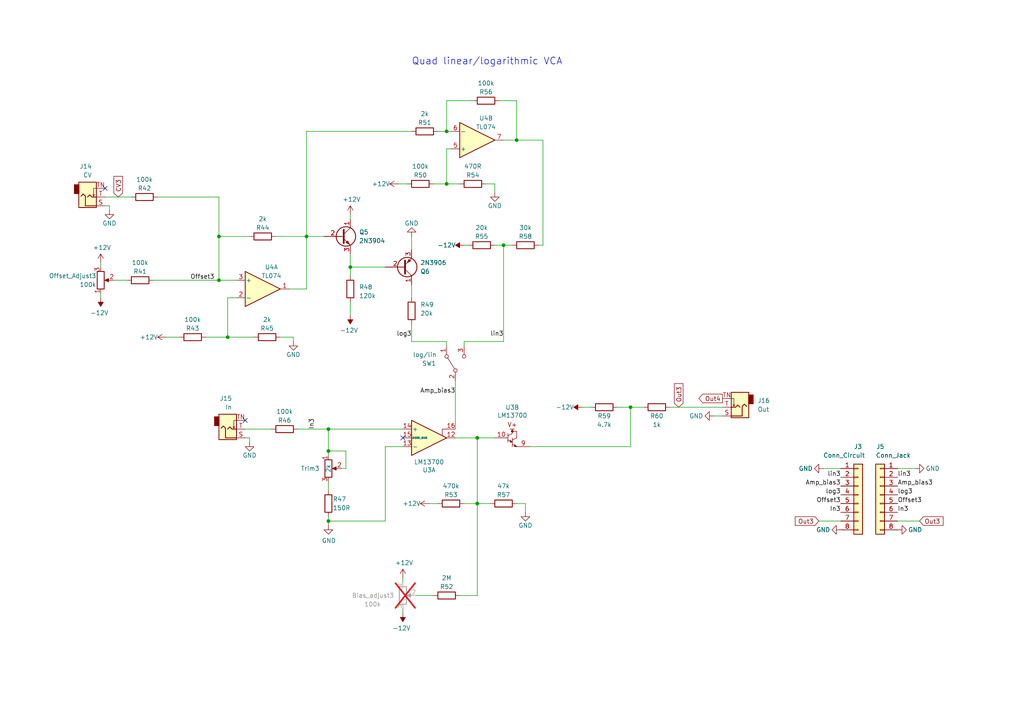
<source format=kicad_sch>
(kicad_sch (version 20231120) (generator "eeschema") (generator_version "8.0")
  (paper "A4")
  (title_block (title "Quad VCA") (date "2025-01-13") (rev "1.0") (company "Bleep Sound"))
  (lib_symbols
    (symbol "Amplifier_Operational:LM13700" (pin_names (offset 0.127))
      (property "Reference" "U" (at 3.81 5.08 0))
      (property "Value" "LM13700" (at 5.08 -5.08 0))
      (symbol "LM13700_1_1"
        (polyline (pts (xy 3.81 -0.635) (xy 3.81 -2.54) (xy 5.08 -2.54)))
        (polyline (pts (xy 5.08 0) (xy -5.08 -5.08) (xy -5.08 5.08) (xy 5.08 0)) (stroke (width 0.254)) (fill (type background)))
        (pin output line (at 7.62 0 180) (length 2.54) (name "~") (number "12"))
        (pin input line (at -7.62 2.54 0) (length 2.54) (name "-") (number "13"))
        (pin input line (at -7.62 -2.54 0) (length 2.54) (name "+") (number "14"))
        (pin input line (at -7.62 0 0) (length 2.54) (name "DIODE_BIAS") (number "15"))
        (pin input line (at 7.62 -2.54 180) (length 2.54) (name "~") (number "16"))
      )
      (symbol "LM13700_2_0"
        (polyline (pts (xy -1.905 2.54) (xy -3.175 2.54)))
      )
      (symbol "LM13700_2_1"
        (circle (center -2.54 1.905) (radius 0.254) (stroke (width 0.254)) (fill (type outline)))
        (polyline (pts (xy -3.81 -0.635) (xy -2.54 -1.27)))
        (polyline (pts (xy -3.81 1.27) (xy -3.81 -1.27)))
        (polyline (pts (xy -2.54 -1.905) (xy -1.27 -2.54)))
        (polyline (pts (xy -2.54 0) (xy -2.54 -2.54)))
        (polyline (pts (xy -3.81 0.635) (xy -2.54 1.27) (xy -2.54 1.905) (xy -2.54 2.54)))
        (polyline (pts (xy -2.54 -1.27) (xy -3.175 -0.635) (xy -3.175 -1.27) (xy -2.54 -1.27)) (fill (type outline)))
        (polyline (pts (xy -2.54 -0.635) (xy -1.27 0) (xy -1.27 1.905) (xy -2.54 1.905)))
        (polyline (pts (xy -1.27 -2.54) (xy -1.905 -1.905) (xy -1.905 -2.54) (xy -1.27 -2.54)) (fill (type outline)))
        (text "V+" (at -2.54 3.81 0) (effects (font (size 1.27 1.27))))
        (pin input line (at -7.62 0 0) (length 3.81) (name "~") (number "10"))
        (pin output line (at 2.54 -2.54 180) (length 3.81) (name "~") (number "9"))
      )
      (symbol "LM13700_3_1"
        (polyline (pts (xy 3.81 -0.635) (xy 3.81 -2.54) (xy 5.08 -2.54)))
        (polyline (pts (xy 5.08 0) (xy -5.08 -5.08) (xy -5.08 5.08) (xy 5.08 0)) (stroke (width 0.254)) (fill (type background)))
        (pin input line (at 7.62 -2.54 180) (length 2.54) (name "~") (number "1"))
        (pin input line (at -7.62 0 0) (length 2.54) (name "DIODE_BIAS") (number "2"))
        (pin input line (at -7.62 -2.54 0) (length 2.54) (name "+") (number "3"))
        (pin input line (at -7.62 2.54 0) (length 2.54) (name "-") (number "4"))
        (pin output line (at 7.62 0 180) (length 2.54) (name "~") (number "5"))
      )
      (symbol "LM13700_4_0"
        (polyline (pts (xy -3.175 2.54) (xy -1.905 2.54)))
        (text "V+" (at -2.54 3.81 0) (effects (font (size 1.27 1.27))))
      )
      (symbol "LM13700_4_1"
        (circle (center -2.54 1.905) (radius 0.254) (stroke (width 0.254)) (fill (type outline)))
        (polyline (pts (xy -3.81 -0.635) (xy -2.54 -1.27)))
        (polyline (pts (xy -3.81 1.27) (xy -3.81 -1.27)))
        (polyline (pts (xy -2.54 -1.905) (xy -1.27 -2.54)))
        (polyline (pts (xy -2.54 0) (xy -2.54 -2.54)))
        (polyline (pts (xy -3.81 0.635) (xy -2.54 1.27) (xy -2.54 2.54)))
        (polyline (pts (xy -2.54 -1.27) (xy -3.175 -0.635) (xy -3.175 -1.27) (xy -2.54 -1.27)) (fill (type outline)))
        (polyline (pts (xy -2.54 -0.635) (xy -1.27 0) (xy -1.27 1.905) (xy -2.54 1.905)))
        (polyline (pts (xy -1.27 -2.54) (xy -1.905 -1.905) (xy -1.905 -2.54) (xy -1.27 -2.54)) (fill (type outline)))
        (pin input line (at -7.62 0 0) (length 3.81) (name "~") (number "7"))
        (pin output line (at 2.54 -2.54 180) (length 3.81) (name "~") (number "8"))
      )
      (symbol "LM13700_5_1"
        (pin power_in line (at -2.54 7.62 270) (length 3.81) (name "V+") (number "11"))
        (pin power_in line (at -2.54 -7.62 90) (length 3.81) (name "V-") (number "6"))
      )
    )
    (symbol "Amplifier_Operational:TL074" (pin_names (offset 0.127))
      (property "Reference" "U" (at 0 5.08 0))
      (property "Value" "TL074" (at 0 -5.08 0))
      (symbol "TL074_1_1"
        (polyline (pts (xy -5.08 5.08) (xy 5.08 0) (xy -5.08 -5.08) (xy -5.08 5.08)) (stroke (width 0.254)) (fill (type background)))
        (pin output line (at 7.62 0 180) (length 2.54) (name "~") (number "1"))
        (pin input line (at -7.62 -2.54 0) (length 2.54) (name "-") (number "2"))
        (pin input line (at -7.62 2.54 0) (length 2.54) (name "+") (number "3"))
      )
      (symbol "TL074_2_1"
        (polyline (pts (xy -5.08 5.08) (xy 5.08 0) (xy -5.08 -5.08) (xy -5.08 5.08)) (stroke (width 0.254)) (fill (type background)))
        (pin input line (at -7.62 2.54 0) (length 2.54) (name "+") (number "5"))
        (pin input line (at -7.62 -2.54 0) (length 2.54) (name "-") (number "6"))
        (pin output line (at 7.62 0 180) (length 2.54) (name "~") (number "7"))
      )
      (symbol "TL074_3_1"
        (polyline (pts (xy -5.08 5.08) (xy 5.08 0) (xy -5.08 -5.08) (xy -5.08 5.08)) (stroke (width 0.254)) (fill (type background)))
        (pin input line (at -7.62 2.54 0) (length 2.54) (name "+") (number "10"))
        (pin output line (at 7.62 0 180) (length 2.54) (name "~") (number "8"))
        (pin input line (at -7.62 -2.54 0) (length 2.54) (name "-") (number "9"))
      )
      (symbol "TL074_4_1"
        (polyline (pts (xy -5.08 5.08) (xy 5.08 0) (xy -5.08 -5.08) (xy -5.08 5.08)) (stroke (width 0.254)) (fill (type background)))
        (pin input line (at -7.62 2.54 0) (length 2.54) (name "+") (number "12"))
        (pin input line (at -7.62 -2.54 0) (length 2.54) (name "-") (number "13"))
        (pin output line (at 7.62 0 180) (length 2.54) (name "~") (number "14"))
      )
      (symbol "TL074_5_1"
        (pin power_in line (at -2.54 -7.62 90) (length 3.81) (name "V-") (number "11"))
        (pin power_in line (at -2.54 7.62 270) (length 3.81) (name "V+") (number "4"))
      )
    )
    (symbol "Connector_Generic:Conn_01x08" (pin_names (offset 1.016) hide)
      (property "Reference" "J" (at 0 10.16 0))
      (property "Value" "Conn_01x08" (at 0 -12.7 0))
      (symbol "Conn_01x08_1_1"
        (rectangle (start -1.27 -10.033) (end 0 -10.287) (stroke (width 0.1524)))
        (rectangle (start -1.27 -7.493) (end 0 -7.747) (stroke (width 0.1524)))
        (rectangle (start -1.27 -4.953) (end 0 -5.207) (stroke (width 0.1524)))
        (rectangle (start -1.27 -2.413) (end 0 -2.667) (stroke (width 0.1524)))
        (rectangle (start -1.27 0.127) (end 0 -0.127) (stroke (width 0.1524)))
        (rectangle (start -1.27 2.667) (end 0 2.413) (stroke (width 0.1524)))
        (rectangle (start -1.27 5.207) (end 0 4.953) (stroke (width 0.1524)))
        (rectangle (start -1.27 7.747) (end 0 7.493) (stroke (width 0.1524)))
        (rectangle (start -1.27 8.89) (end 1.27 -11.43) (stroke (width 0.254)) (fill (type background)))
        (pin passive line (at -5.08 7.62 0) (length 3.81) (name "Pin_1") (number "1"))
        (pin passive line (at -5.08 5.08 0) (length 3.81) (name "Pin_2") (number "2"))
        (pin passive line (at -5.08 2.54 0) (length 3.81) (name "Pin_3") (number "3"))
        (pin passive line (at -5.08 0 0) (length 3.81) (name "Pin_4") (number "4"))
        (pin passive line (at -5.08 -2.54 0) (length 3.81) (name "Pin_5") (number "5"))
        (pin passive line (at -5.08 -5.08 0) (length 3.81) (name "Pin_6") (number "6"))
        (pin passive line (at -5.08 -7.62 0) (length 3.81) (name "Pin_7") (number "7"))
        (pin passive line (at -5.08 -10.16 0) (length 3.81) (name "Pin_8") (number "8"))
      )
    )
    (symbol "Device:R" (pin_numbers hide) (pin_names (offset 0))
      (property "Reference" "R" (at 2.032 0 90))
      (property "Value" "R" (at 0 0 90))
      (symbol "R_0_1"
        (rectangle (start -1.016 -2.54) (end 1.016 2.54) (stroke (width 0.254)))
      )
      (symbol "R_1_1"
        (pin passive line (at 0 3.81 270) (length 1.27) (name "~") (number "1"))
        (pin passive line (at 0 -3.81 90) (length 1.27) (name "~") (number "2"))
      )
    )
    (symbol "Device:R_POT" (pin_names (offset 1.016) hide)
      (property "Reference" "RV" (at -4.445 0 90))
      (property "Value" "Device_R_POT" (at -2.54 0 90))
      (symbol "R_POT_0_1"
        (polyline (pts (xy 2.54 0) (xy 1.524 0)))
        (polyline (pts (xy 1.143 0) (xy 2.286 0.508) (xy 2.286 -0.508) (xy 1.143 0)) (fill (type outline)))
        (rectangle (start 1.016 2.54) (end -1.016 -2.54) (stroke (width 0.254)))
      )
      (symbol "R_POT_1_1"
        (pin passive line (at 0 3.81 270) (length 1.27) (name "1") (number "1"))
        (pin passive line (at 3.81 0 180) (length 1.27) (name "2") (number "2"))
        (pin passive line (at 0 -3.81 90) (length 1.27) (name "3") (number "3"))
      )
    )
    (symbol "Kicad-perso:AudioJack_Switch"
      (property "Reference" "J2" (at 0.508 8.636 0))
      (property "Value" "Out1" (at 0.508 6.35 0))
      (symbol "AudioJack_Switch_0_1"
        (rectangle (start -3.81 2.286) (end -2.54 -0.254) (stroke (width 0.254)) (fill (type outline)))
        (rectangle (start -2.54 3.048) (end 2.54 -4.318) (stroke (width 0.254)) (fill (type background)))
      )
      (symbol "AudioJack_Switch_1_1"
        (polyline (pts (xy 1.778 -1.016) (xy 2.032 -0.508)))
        (polyline (pts (xy 0 -1.27) (xy 0.635 -0.635) (xy 1.27 -1.27) (xy 2.54 -1.27)) (stroke (width 0.254)))
        (polyline (pts (xy 2.54 1.27) (xy 1.778 1.27) (xy 1.778 -1.016) (xy 1.524 -0.508)))
        (polyline (pts (xy 2.54 -3.81) (xy -0.635 -3.81) (xy -0.635 -1.016) (xy -1.27 -0.381) (xy -1.905 -1.016)) (stroke (width 0.254)))
        (pin passive line (at 5.08 -3.81 180) (length 2.54) (name "~") (number "S"))
        (pin passive line (at 5.08 -1.27 180) (length 2.54) (name "~") (number "T"))
        (pin passive line (at 5.08 1.27 180) (length 2.54) (name "~") (number "TN"))
      )
    )
    (symbol "Switch:SW_SPDT" (pin_names (offset 0) hide)
      (property "Reference" "SW" (at 0 4.318 0))
      (property "Value" "SW_SPDT" (at 0 -5.08 0))
      (symbol "SW_SPDT_0_0"
        (circle (center -2.032 0) (radius 0.508))
        (circle (center 2.032 -2.54) (radius 0.508))
      )
      (symbol "SW_SPDT_0_1"
        (polyline (pts (xy -1.524 0.254) (xy 1.651 2.286)))
        (circle (center 2.032 2.54) (radius 0.508))
      )
      (symbol "SW_SPDT_1_1"
        (pin passive line (at 5.08 2.54 180) (length 2.54) (name "A") (number "1"))
        (pin passive line (at -5.08 0 0) (length 2.54) (name "B") (number "2"))
        (pin passive line (at 5.08 -2.54 180) (length 2.54) (name "C") (number "3"))
      )
    )
    (symbol "Transistor_BJT:BC548" (pin_names (offset 0) hide)
      (property "Reference" "Q" (at 5.08 1.905 0))
      (property "Value" "BC548" (at 5.08 0 0))
      (symbol "BC548_0_1"
        (polyline (pts (xy 0 0) (xy 0.635 0)))
        (polyline (pts (xy 0.635 0.635) (xy 2.54 2.54)))
        (polyline (pts (xy 0.635 -0.635) (xy 2.54 -2.54) (xy 2.54 -2.54)))
        (polyline (pts (xy 0.635 1.905) (xy 0.635 -1.905) (xy 0.635 -1.905)) (stroke (width 0.508)))
        (polyline (pts (xy 1.27 -1.778) (xy 1.778 -1.27) (xy 2.286 -2.286) (xy 1.27 -1.778) (xy 1.27 -1.778)) (fill (type outline)))
        (circle (center 1.27 0) (radius 2.8194) (stroke (width 0.254)))
      )
      (symbol "BC548_1_1"
        (pin passive line (at 2.54 5.08 270) (length 2.54) (name "C") (number "1"))
        (pin input line (at -5.08 0 0) (length 5.08) (name "B") (number "2"))
        (pin passive line (at 2.54 -5.08 90) (length 2.54) (name "E") (number "3"))
      )
    )
    (symbol "Transistor_BJT:BC558" (pin_names (offset 0) hide)
      (property "Reference" "Q" (at 5.08 1.905 0))
      (property "Value" "BC558" (at 5.08 0 0))
      (symbol "BC558_0_1"
        (polyline (pts (xy 0.635 0.635) (xy 2.54 2.54)))
        (polyline (pts (xy 0.635 -0.635) (xy 2.54 -2.54) (xy 2.54 -2.54)))
        (polyline (pts (xy 0.635 1.905) (xy 0.635 -1.905) (xy 0.635 -1.905)) (stroke (width 0.508)))
        (polyline (pts (xy 2.286 -1.778) (xy 1.778 -2.286) (xy 1.27 -1.27) (xy 2.286 -1.778) (xy 2.286 -1.778)) (fill (type outline)))
        (circle (center 1.27 0) (radius 2.8194) (stroke (width 0.254)))
      )
      (symbol "BC558_1_1"
        (pin passive line (at 2.54 5.08 270) (length 2.54) (name "C") (number "1"))
        (pin input line (at -5.08 0 0) (length 5.715) (name "B") (number "2"))
        (pin passive line (at 2.54 -5.08 90) (length 2.54) (name "E") (number "3"))
      )
    )
    (symbol "power:+12V" (power) (pin_names (offset 0))
      (property "Value" "+12V" (at 0 3.556 0))
      (symbol "+12V_0_1"
        (polyline (pts (xy -0.762 1.27) (xy 0 2.54)))
        (polyline (pts (xy 0 0) (xy 0 2.54)))
        (polyline (pts (xy 0 2.54) (xy 0.762 1.27)))
      )
      (symbol "+12V_1_1"
        (pin power_in line (at 0 0 90) (length 0) hide (name "+12V") (number "1"))
      )
    )
    (symbol "power:-12V" (power) (pin_names (offset 0))
      (property "Value" "-12V" (at 0 3.81 0))
      (symbol "-12V_0_0"
        (pin power_in line (at 0 0 90) (length 0) hide (name "-12V") (number "1"))
      )
      (symbol "-12V_0_1"
        (polyline (pts (xy 0 0) (xy 0 1.27) (xy 0.762 1.27) (xy 0 2.54) (xy -0.762 1.27) (xy 0 1.27)) (fill (type outline)))
      )
    )
    (symbol "power:GND" (power) (pin_names (offset 0))
      (property "Value" "GND" (at 0 -3.81 0))
      (symbol "GND_0_1"
        (polyline (pts (xy 0 0) (xy 0 -1.27) (xy 1.27 -1.27) (xy 0 -2.54) (xy -1.27 -1.27) (xy 0 -1.27)))
      )
      (symbol "GND_1_1"
        (pin power_in line (at 0 0 270) (length 0) hide (name "GND") (number "1"))
      )
    )
  )
  (junction (at 182.88 118.11))
  (junction (at 138.43 146.05))
  (junction (at 95.25 151.13))
  (junction (at 63.5 68.58))
  (junction (at 95.25 130.81))
  (junction (at 63.5 81.28))
  (junction (at 138.43 127))
  (junction (at 149.86 40.64))
  (junction (at 101.6 77.47))
  (junction (at 66.04 97.79))
  (junction (at 146.05 71.12))
  (junction (at 88.9 68.58))
  (junction (at 95.25 124.46))
  (junction (at 129.54 38.1))
  (junction (at 129.54 53.34))
  (no_connect (at 30.48 54.61))
  (no_connect (at 116.84 127))
  (no_connect (at 71.12 121.92))
  (wire (pts (xy 68.58 86.36) (xy 66.04 86.36)))
  (wire (pts (xy 157.48 40.64) (xy 157.48 71.12)))
  (wire (pts (xy 72.39 127) (xy 72.39 128.27)))
  (wire (pts (xy 129.54 53.34) (xy 133.35 53.34)))
  (wire (pts (xy 100.33 135.89) (xy 99.06 135.89)))
  (wire (pts (xy 85.09 97.79) (xy 81.28 97.79)))
  (wire (pts (xy 119.38 93.98) (xy 119.38 99.06)))
  (wire (pts (xy 157.48 71.12) (xy 156.21 71.12)))
  (wire (pts (xy 93.98 68.58) (xy 88.9 68.58)))
  (wire (pts (xy 168.91 118.11) (xy 171.45 118.11)))
  (wire (pts (xy 134.62 71.12) (xy 135.89 71.12)))
  (wire (pts (xy 129.54 38.1) (xy 130.81 38.1)))
  (wire (pts (xy 138.43 127) (xy 138.43 146.05)))
  (wire (pts (xy 143.51 53.34) (xy 143.51 55.88)))
  (wire (pts (xy 132.08 124.46) (xy 132.08 110.49)))
  (wire (pts (xy 66.04 97.79) (xy 73.66 97.79)))
  (wire (pts (xy 119.38 82.55) (xy 119.38 86.36)))
  (wire (pts (xy 182.88 129.54) (xy 153.67 129.54)))
  (wire (pts (xy 130.81 43.18) (xy 129.54 43.18)))
  (wire (pts (xy 116.84 167.64) (xy 116.84 168.91)))
  (wire (pts (xy 129.54 43.18) (xy 129.54 53.34)))
  (wire (pts (xy 48.26 97.79) (xy 52.07 97.79)))
  (wire (pts (xy 157.48 40.64) (xy 149.86 40.64)))
  (wire (pts (xy 63.5 68.58) (xy 63.5 57.15)))
  (wire (pts (xy 101.6 87.63) (xy 101.6 91.44)))
  (wire (pts (xy 31.75 59.69) (xy 31.75 60.96)))
  (wire (pts (xy 138.43 172.72) (xy 138.43 146.05)))
  (wire (pts (xy 71.12 124.46) (xy 78.74 124.46)))
  (wire (pts (xy 116.84 129.54) (xy 111.76 129.54)))
  (wire (pts (xy 149.86 146.05) (xy 152.4 146.05)))
  (wire (pts (xy 237.49 151.13) (xy 243.84 151.13)))
  (wire (pts (xy 88.9 38.1) (xy 119.38 38.1)))
  (wire (pts (xy 85.09 99.06) (xy 85.09 97.79)))
  (wire (pts (xy 95.25 152.4) (xy 95.25 151.13)))
  (wire (pts (xy 86.36 124.46) (xy 95.25 124.46)))
  (wire (pts (xy 30.48 57.15) (xy 38.1 57.15)))
  (wire (pts (xy 63.5 68.58) (xy 72.39 68.58)))
  (wire (pts (xy 111.76 129.54) (xy 111.76 151.13)))
  (wire (pts (xy 129.54 29.21) (xy 137.16 29.21)))
  (wire (pts (xy 129.54 99.06) (xy 129.54 100.33)))
  (wire (pts (xy 209.55 120.65) (xy 207.01 120.65)))
  (wire (pts (xy 66.04 86.36) (xy 66.04 97.79)))
  (wire (pts (xy 182.88 118.11) (xy 186.69 118.11)))
  (wire (pts (xy 133.35 172.72) (xy 138.43 172.72)))
  (wire (pts (xy 134.62 99.06) (xy 134.62 100.33)))
  (wire (pts (xy 101.6 77.47) (xy 101.6 80.01)))
  (wire (pts (xy 146.05 71.12) (xy 143.51 71.12)))
  (wire (pts (xy 29.21 76.2) (xy 29.21 77.47)))
  (wire (pts (xy 101.6 77.47) (xy 111.76 77.47)))
  (wire (pts (xy 194.31 118.11) (xy 209.55 118.11)))
  (wire (pts (xy 63.5 81.28) (xy 63.5 68.58)))
  (wire (pts (xy 119.38 68.58) (xy 119.38 72.39)))
  (wire (pts (xy 146.05 40.64) (xy 149.86 40.64)))
  (wire (pts (xy 115.57 53.34) (xy 118.11 53.34)))
  (wire (pts (xy 125.73 53.34) (xy 129.54 53.34)))
  (wire (pts (xy 138.43 127) (xy 143.51 127)))
  (wire (pts (xy 31.75 59.69) (xy 30.48 59.69)))
  (wire (pts (xy 146.05 99.06) (xy 146.05 71.12)))
  (wire (pts (xy 266.7 151.13) (xy 260.35 151.13)))
  (wire (pts (xy 182.88 118.11) (xy 182.88 129.54)))
  (wire (pts (xy 101.6 62.23) (xy 101.6 63.5)))
  (wire (pts (xy 95.25 151.13) (xy 95.25 149.86)))
  (wire (pts (xy 129.54 99.06) (xy 119.38 99.06)))
  (wire (pts (xy 138.43 146.05) (xy 142.24 146.05)))
  (wire (pts (xy 238.76 135.89) (xy 243.84 135.89)))
  (wire (pts (xy 265.43 135.89) (xy 260.35 135.89)))
  (wire (pts (xy 101.6 73.66) (xy 101.6 77.47)))
  (wire (pts (xy 116.84 177.8) (xy 116.84 176.53)))
  (wire (pts (xy 33.02 81.28) (xy 36.83 81.28)))
  (wire (pts (xy 146.05 71.12) (xy 148.59 71.12)))
  (wire (pts (xy 66.04 97.79) (xy 59.69 97.79)))
  (wire (pts (xy 179.07 118.11) (xy 182.88 118.11)))
  (wire (pts (xy 44.45 81.28) (xy 63.5 81.28)))
  (wire (pts (xy 132.08 127) (xy 138.43 127)))
  (wire (pts (xy 95.25 124.46) (xy 95.25 130.81)))
  (wire (pts (xy 152.4 146.05) (xy 152.4 148.59)))
  (wire (pts (xy 124.46 146.05) (xy 127 146.05)))
  (wire (pts (xy 116.84 124.46) (xy 95.25 124.46)))
  (wire (pts (xy 149.86 29.21) (xy 144.78 29.21)))
  (wire (pts (xy 80.01 68.58) (xy 88.9 68.58)))
  (wire (pts (xy 140.97 53.34) (xy 143.51 53.34)))
  (wire (pts (xy 134.62 146.05) (xy 138.43 146.05)))
  (wire (pts (xy 100.33 130.81) (xy 100.33 135.89)))
  (wire (pts (xy 88.9 83.82) (xy 83.82 83.82)))
  (wire (pts (xy 88.9 68.58) (xy 88.9 83.82)))
  (wire (pts (xy 134.62 99.06) (xy 146.05 99.06)))
  (wire (pts (xy 45.72 57.15) (xy 63.5 57.15)))
  (wire (pts (xy 88.9 68.58) (xy 88.9 38.1)))
  (wire (pts (xy 72.39 127) (xy 71.12 127)))
  (wire (pts (xy 129.54 38.1) (xy 129.54 29.21)))
  (wire (pts (xy 95.25 139.7) (xy 95.25 142.24)))
  (wire (pts (xy 29.21 86.36) (xy 29.21 85.09)))
  (wire (pts (xy 63.5 81.28) (xy 68.58 81.28)))
  (wire (pts (xy 111.76 151.13) (xy 95.25 151.13)))
  (wire (pts (xy 127 38.1) (xy 129.54 38.1)))
  (wire (pts (xy 149.86 40.64) (xy 149.86 29.21)))
  (wire (pts (xy 120.65 172.72) (xy 125.73 172.72)))
  (wire (pts (xy 95.25 130.81) (xy 95.25 132.08)))
  (wire (pts (xy 95.25 130.81) (xy 100.33 130.81)))
  (text "Quad linear/logarithmic VCA" (at 119.38 19.05 0) (effects (font (size 2 2)) (justify left bottom)))
  (label "log3" (at 260.35 143.51 0))
  (label "log3" (at 243.84 143.51 180))
  (label "In3" (at 91.44 124.46 90))
  (label "In3" (at 260.35 148.59 0))
  (label "Offset3" (at 260.35 146.05 0))
  (label "Amp_bias3" (at 260.35 140.97 0))
  (label "Amp_bias3" (at 243.84 140.97 180))
  (label "lin3" (at 243.84 138.43 180))
  (label "Offset3" (at 62.23 81.28 180))
  (label "In3" (at 243.84 148.59 180))
  (label "Offset3" (at 243.84 146.05 180))
  (label "lin3" (at 260.35 138.43 0))
  (label "lin3" (at 146.05 97.79 180))
  (label "log3" (at 119.38 97.79 180))
  (label "Amp_bias3" (at 132.08 114.3 180))
  (global_label "Out3" (shape input) (at 196.85 118.11 90) (property "Intersheetrefs" "${INTERSHEET_REFS}" (effects (hide yes))))
  (global_label "Out3" (shape input) (at 237.49 151.13 180) (property "Intersheetrefs" "${INTERSHEET_REFS}" (effects (hide yes))))
  (global_label "Out4" (shape output) (at 209.55 115.57 180) (property "Intersheetrefs" "${INTERSHEET_REFS}" (effects (hide yes))))
  (global_label "CV3" (shape input) (at 34.29 57.15 90) (property "Intersheetrefs" "${INTERSHEET_REFS}" (effects (hide yes))))
  (global_label "Out3" (shape input) (at 266.7 151.13 0) (property "Intersheetrefs" "${INTERSHEET_REFS}" (effects (hide yes))))
  (symbol (lib_id "Device:R_POT") (at 29.21 81.28 0) (mirror x) (unit 1)
    (property "Reference" "Offset_Adjust3" (at 27.94 80.01 0) (effects (justify right)))
    (property "Value" "100k" (at 27.94 82.55 0) (effects (justify right)))
    (property "Footprint" "Kicad-perso:Pot-bourns-alpha" (effects (hide yes)))
    (property "Description" "Alpha/bourns vertical potentiometer" (effects (hide yes)))
    (property "Links" "https://www.thonk.co.uk/shop/alpha-9mm-pots/" (effects (hide yes)))
  )
  (symbol (lib_id "power:GND") (at 85.09 99.06 0) (unit 1)
    (property "Reference" "#PWR066" (effects (hide yes)))
    (property "Value" "GND" (at 85.09 102.87 0))
  )
  (symbol (lib_id "Device:R") (at 119.38 90.17 0) (unit 1)
    (property "Reference" "R49" (at 121.92 87.63 0) (effects (justify left top)))
    (property "Value" "20k" (at 121.92 90.17 0) (effects (justify left top)))
    (property "Footprint" "Resistor_THT:R_Axial_DIN0207_L6.3mm_D2.5mm_P7.62mm_Horizontal" (effects (hide yes)))
    (property "Description" "2.5mm*6.8mm 1/4W 1% Metal film resistor" (effects (hide yes)))
    (property "Links" "https://www.taydaelectronics.com/resistors/1-4w-metal-film-resistors/test-group-2.html" (effects (hide yes)))
  )
  (symbol (lib_id "power:GND") (at 265.43 135.89 90) (unit 1)
    (property "Reference" "#PWR083" (effects (hide yes)))
    (property "Value" "GND" (at 270.51 135.89 90))
  )
  (symbol (lib_id "Device:R") (at 137.16 53.34 270) (unit 1)
    (property "Reference" "R54" (at 137.16 50.8 90))
    (property "Value" "470R" (at 137.16 48.26 90))
    (property "Footprint" "Resistor_THT:R_Axial_DIN0207_L6.3mm_D2.5mm_P7.62mm_Horizontal" (effects (hide yes)))
    (property "Description" "2.5mm*6.8mm 1/4W 1% Metal film resistor" (effects (hide yes)))
    (property "Links" "https://www.taydaelectronics.com/resistors/1-4w-metal-film-resistors/test-group-2.html" (effects (hide yes)))
  )
  (symbol (lib_id "power:+12V") (at 48.26 97.79 90) (unit 1)
    (property "Reference" "#PWR064" (effects (hide yes)))
    (property "Value" "+12V" (at 43.18 97.79 90))
  )
  (symbol (lib_id "Transistor_BJT:BC558") (at 116.84 77.47 0) (mirror x) (unit 1)
    (property "Reference" "Q6" (at 121.92 78.7401 0) (effects (justify left)))
    (property "Value" "2N3906" (at 121.92 76.2001 0) (effects (justify left)))
    (property "Footprint" "Package_TO_SOT_THT:TO-92_Inline" (effects (hide yes)))
    (property "Datasheet" "https://www.onsemi.com/pub/Collateral/BC556BTA-D.pdf" (effects (hide yes)))
    (property "Description" "2N3906 PNP General Purpose Transistor" (effects (hide yes)))
    (property "Links" "https://www.taydaelectronics.com/2n3906-general-propose-pnp-transistor.html" (effects (hide yes)))
  )
  (symbol (lib_id "Kicad-perso:AudioJack_Switch") (at 214.63 116.84 0) (mirror y) (unit 1)
    (property "Reference" "J16" (at 219.71 116.205 0) (effects (justify right)))
    (property "Value" "Out" (at 219.71 118.745 0) (effects (justify right)))
    (property "Footprint" "Kicad-perso:Thonkiconn" (effects (hide yes)))
    (property "Description" "Thonkiconn jack" (effects (hide yes)))
    (property "Links" "https://www.thonk.co.uk/shop/thonkiconn/" (effects (hide yes)))
  )
  (symbol (lib_id "Device:R") (at 95.25 146.05 0) (unit 1)
    (property "Reference" "R47" (at 96.52 144.78 0) (effects (justify left)))
    (property "Value" "150R" (at 96.52 147.32 0) (effects (justify left)))
    (property "Footprint" "Resistor_THT:R_Axial_DIN0207_L6.3mm_D2.5mm_P7.62mm_Horizontal" (effects (hide yes)))
    (property "Description" "2.5mm*6.8mm 1/4W 1% Metal film resistor" (effects (hide yes)))
    (property "Links" "https://www.taydaelectronics.com/resistors/1-4w-metal-film-resistors/test-group-2.html" (effects (hide yes)))
  )
  (symbol (lib_id "Device:R") (at 190.5 118.11 270) (mirror x) (unit 1)
    (property "Reference" "R60" (at 190.5 120.65 90))
    (property "Value" "1k" (at 190.5 123.19 90))
    (property "Footprint" "Resistor_THT:R_Axial_DIN0207_L6.3mm_D2.5mm_P7.62mm_Horizontal" (effects (hide yes)))
    (property "Description" "2.5mm*6.8mm 1/4W 1% Metal film resistor" (effects (hide yes)))
    (property "Links" "https://www.taydaelectronics.com/resistors/1-4w-metal-film-resistors/test-group-2.html" (effects (hide yes)))
  )
  (symbol (lib_id "power:+12V") (at 124.46 146.05 90) (unit 1)
    (property "Reference" "#PWR074" (effects (hide yes)))
    (property "Value" "+12V" (at 119.38 146.05 90))
  )
  (symbol (lib_id "Device:R") (at 121.92 53.34 270) (unit 1)
    (property "Reference" "R50" (at 121.92 50.8 90))
    (property "Value" "100k" (at 121.92 48.26 90))
    (property "Footprint" "Resistor_THT:R_Axial_DIN0207_L6.3mm_D2.5mm_P7.62mm_Horizontal" (effects (hide yes)))
    (property "Description" "2.5mm*6.8mm 1/4W 1% Metal film resistor" (effects (hide yes)))
    (property "Links" "https://www.taydaelectronics.com/resistors/1-4w-metal-film-resistors/test-group-2.html" (effects (hide yes)))
  )
  (symbol (lib_id "Device:R_POT") (at 116.84 172.72 0) (unit 1) (dnp yes)
    (property "Reference" "Bias_adjust3" (at 114.3 172.72 0) (effects (justify right)))
    (property "Value" "100k" (at 110.49 175.26 0) (effects (justify right)))
    (property "Footprint" "Potentiometer_THT:Potentiometer_Bourns_3386C_Horizontal" (effects (hide yes)))
    (property "Description" "Trimmer potentiometer, 25 turn series 3296W" (effects (hide yes)))
    (property "Links" "https://www.thonk.co.uk/shop/25-turn-trimmer-potentiometer/" (effects (hide yes)))
  )
  (symbol (lib_id "Device:R") (at 152.4 71.12 270) (unit 1)
    (property "Reference" "R58" (at 152.4 68.58 90))
    (property "Value" "30k" (at 152.4 66.04 90))
    (property "Footprint" "Resistor_THT:R_Axial_DIN0207_L6.3mm_D2.5mm_P7.62mm_Horizontal" (effects (hide yes)))
    (property "Description" "2.5mm*6.8mm 1/4W 1% Metal film resistor" (effects (hide yes)))
    (property "Links" "https://www.taydaelectronics.com/resistors/1-4w-metal-film-resistors/test-group-2.html" (effects (hide yes)))
  )
  (symbol (lib_id "Switch:SW_SPDT") (at 132.08 105.41 90) (unit 1)
    (property "Reference" "SW1" (at 124.46 105.41 90))
    (property "Value" "log/lin" (at 123.19 102.87 90))
    (property "Footprint" "Kicad-perso:SW_Toggle_Blue_wSlots" (effects (hide yes)))
    (property "Datasheet" "https://www.taydaelectronics.com/mini-toggle-switch-spdt-on-on.html" (effects (hide yes)))
    (property "Description" "SPDT ON-ON toggle switch" (effects (hide yes)))
    (property "Links" "https://www.thonk.co.uk/shop/mini-toggle-switches/" (effects (hide yes)))
    (instances (project "Basic-ADSR" (path "" (reference "SW1") (unit 1))) (project "Basic_VCA" (path "" (reference "SW3") (unit 1))))
  )
  (symbol (lib_id "power:GND") (at 152.4 148.59 0) (unit 1)
    (property "Reference" "#PWR077" (effects (hide yes)))
    (property "Value" "GND" (at 152.4 152.4 0))
  )
  (symbol (lib_id "power:GND") (at 207.01 120.65 270) (unit 1)
    (property "Reference" "#PWR079" (effects (hide yes)))
    (property "Value" "GND" (at 201.93 120.65 90))
  )
  (symbol (lib_id "power:+12V") (at 115.57 53.34 90) (unit 1)
    (property "Reference" "#PWR070" (effects (hide yes)))
    (property "Value" "+12V" (at 110.49 53.34 90))
  )
  (symbol (lib_id "power:-12V") (at 168.91 118.11 90) (unit 1)
    (property "Reference" "#PWR078" (effects (hide yes)))
    (property "Value" "-12V" (at 163.83 118.11 90))
  )
  (symbol (lib_id "Kicad-perso:AudioJack_Switch") (at 66.04 123.19 0) (unit 1)
    (property "Reference" "J15" (at 67.31 115.57 0) (effects (justify right)))
    (property "Value" "In" (at 67.31 118.11 0) (effects (justify right)))
    (property "Footprint" "Kicad-perso:Thonkiconn" (effects (hide yes)))
    (property "Description" "Thonkiconn jack" (effects (hide yes)))
    (property "Links" "https://www.thonk.co.uk/shop/thonkiconn/" (effects (hide yes)))
  )
  (symbol (lib_id "power:GND") (at 95.25 152.4 0) (unit 1)
    (property "Reference" "#PWR067" (effects (hide yes)))
    (property "Value" "GND" (at 95.377 156.7942 0))
  )
  (symbol (lib_id "Amplifier_Operational:TL074") (at 76.2 83.82 0) (unit 1)
    (property "Reference" "U4" (at 78.74 77.47 0))
    (property "Value" "TL074" (at 78.74 80.01 0))
    (property "Footprint" "Package_DIP:DIP-14_W7.62mm_Socket" (effects (hide yes)))
    (property "Datasheet" "http://www.ti.com/lit/ds/symlink/tl071.pdf" (effects (hide yes)))
    (property "Description" "Quad Op-Amp" (effects (hide yes)))
    (property "manf" "Texas Instrument" (effects (hide yes)))
    (property "manf#" "TL074CN" (effects (hide yes)))
    (property "Links" "https://www.thonk.co.uk/shop/eurorack-diy-essentials/" (effects (hide yes)))
  )
  (symbol (lib_id "power:-12V") (at 134.62 71.12 90) (unit 1)
    (property "Reference" "#PWR075" (effects (hide yes)))
    (property "Value" "-12V" (at 129.54 71.12 90))
  )
  (symbol (lib_id "Device:R") (at 123.19 38.1 270) (unit 1)
    (property "Reference" "R51" (at 123.19 35.56 90))
    (property "Value" "2k" (at 123.19 33.02 90))
    (property "Footprint" "Resistor_THT:R_Axial_DIN0207_L6.3mm_D2.5mm_P7.62mm_Horizontal" (effects (hide yes)))
    (property "Description" "2.5mm*6.8mm 1/4W 1% Metal film resistor" (effects (hide yes)))
    (property "Links" "https://www.taydaelectronics.com/resistors/1-4w-metal-film-resistors/test-group-2.html" (effects (hide yes)))
  )
  (symbol (lib_id "Device:R") (at 139.7 71.12 270) (unit 1)
    (property "Reference" "R55" (at 139.7 68.58 90))
    (property "Value" "20k" (at 139.7 66.04 90))
    (property "Footprint" "Resistor_THT:R_Axial_DIN0207_L6.3mm_D2.5mm_P7.62mm_Horizontal" (effects (hide yes)))
    (property "Description" "2.5mm*6.8mm 1/4W 1% Metal film resistor" (effects (hide yes)))
    (property "Links" "https://www.taydaelectronics.com/resistors/1-4w-metal-film-resistors/test-group-2.html" (effects (hide yes)))
  )
  (symbol (lib_id "power:+12V") (at 29.21 76.2 0) (unit 1)
    (property "Reference" "#PWR061" (effects (hide yes)))
    (property "Value" "+12V" (at 29.591 71.8058 0))
  )
  (symbol (lib_id "Amplifier_Operational:LM13700") (at 124.46 127 0) (mirror x) (unit 1)
    (property "Reference" "U3" (at 124.46 136.3218 0))
    (property "Value" "LM13700" (at 124.46 134.0104 0))
    (property "Footprint" "Package_SO:SOIC-16_3.9x9.9mm_P1.27mm" (effects (hide yes)))
    (property "Datasheet" "http://www.ti.com/lit/ds/symlink/lm13700.pdf" (effects (hide yes)))
    (property "Description" "Dual Transconductance Amplifiers" (effects (hide yes)))
    (property "manf" "Texas Instrument" (effects (hide yes)))
    (property "manf#" "LM13700MX/NOPB" (effects (hide yes)))
    (property "Links" "https://eu.mouser.com/c/semiconductors/amplifier-ics/transconductance-amplifiers/?series=LM13700" (effects (hide yes)))
  )
  (symbol (lib_id "power:GND") (at 238.76 135.89 270) (unit 1)
    (property "Reference" "#PWR080" (effects (hide yes)))
    (property "Value" "GND" (at 233.68 135.89 90))
  )
  (symbol (lib_id "Device:R") (at 175.26 118.11 270) (mirror x) (unit 1)
    (property "Reference" "R59" (at 175.26 120.65 90))
    (property "Value" "4.7k" (at 175.26 123.19 90))
    (property "Footprint" "Resistor_THT:R_Axial_DIN0207_L6.3mm_D2.5mm_P7.62mm_Horizontal" (effects (hide yes)))
    (property "Description" "2.5mm*6.8mm 1/4W 1% Metal film resistor" (effects (hide yes)))
    (property "Links" "https://www.taydaelectronics.com/resistors/1-4w-metal-film-resistors/test-group-2.html" (effects (hide yes)))
  )
  (symbol (lib_id "power:+12V") (at 116.84 167.64 0) (unit 1)
    (property "Reference" "#PWR071" (effects (hide yes)))
    (property "Value" "+12V" (at 117.221 163.2458 0))
  )
  (symbol (lib_id "power:GND") (at 119.38 68.58 180) (unit 1)
    (property "Reference" "#PWR073" (effects (hide yes)))
    (property "Value" "GND" (at 119.38 64.77 0))
  )
  (symbol (lib_id "Device:R") (at 55.88 97.79 270) (unit 1)
    (property "Reference" "R43" (at 55.88 95.25 90))
    (property "Value" "100k" (at 55.88 92.71 90))
    (property "Footprint" "Resistor_THT:R_Axial_DIN0207_L6.3mm_D2.5mm_P7.62mm_Horizontal" (effects (hide yes)))
    (property "Description" "2.5mm*6.8mm 1/4W 1% Metal film resistor" (effects (hide yes)))
    (property "Links" "https://www.taydaelectronics.com/resistors/1-4w-metal-film-resistors/test-group-2.html" (effects (hide yes)))
  )
  (symbol (lib_id "power:GND") (at 243.84 153.67 270) (unit 1)
    (property "Reference" "#PWR081" (effects (hide yes)))
    (property "Value" "GND" (at 238.76 153.67 90))
  )
  (symbol (lib_id "Amplifier_Operational:LM13700") (at 151.13 127 0) (unit 2)
    (property "Reference" "U3" (at 148.59 118.1608 0))
    (property "Value" "LM13700" (at 148.59 120.4722 0))
    (property "Footprint" "Package_SO:SOIC-16_3.9x9.9mm_P1.27mm" (effects (hide yes)))
    (property "Datasheet" "http://www.ti.com/lit/ds/symlink/lm13700.pdf" (effects (hide yes)))
    (property "Description" "Dual Transconductance Amplifiers" (effects (hide yes)))
    (property "manf" "Texas Instrument" (effects (hide yes)))
    (property "manf#" "LM13700MX/NOPB" (effects (hide yes)))
    (property "Links" "https://eu.mouser.com/c/semiconductors/amplifier-ics/transconductance-amplifiers/?series=LM13700" (effects (hide yes)))
  )
  (symbol (lib_id "power:GND") (at 72.39 128.27 0) (unit 1)
    (property "Reference" "#PWR065" (effects (hide yes)))
    (property "Value" "GND" (at 72.39 132.08 0))
  )
  (symbol (lib_id "Device:R") (at 140.97 29.21 270) (unit 1)
    (property "Reference" "R56" (at 140.97 26.67 90))
    (property "Value" "100k" (at 140.97 24.13 90))
    (property "Footprint" "Resistor_THT:R_Axial_DIN0207_L6.3mm_D2.5mm_P7.62mm_Horizontal" (effects (hide yes)))
    (property "Description" "2.5mm*6.8mm 1/4W 1% Metal film resistor" (effects (hide yes)))
    (property "Links" "https://www.taydaelectronics.com/resistors/1-4w-metal-film-resistors/test-group-2.html" (effects (hide yes)))
  )
  (symbol (lib_id "Kicad-perso:AudioJack_Switch") (at 25.4 55.88 0) (unit 1)
    (property "Reference" "J14" (at 26.67 48.26 0) (effects (justify right)))
    (property "Value" "CV" (at 26.67 50.8 0) (effects (justify right)))
    (property "Footprint" "Kicad-perso:Thonkiconn" (effects (hide yes)))
    (property "Description" "Thonkiconn jack" (effects (hide yes)))
    (property "Links" "https://www.thonk.co.uk/shop/thonkiconn/" (effects (hide yes)))
  )
  (symbol (lib_id "Transistor_BJT:BC548") (at 99.06 68.58 0) (unit 1)
    (property "Reference" "Q5" (at 104.14 67.31 0) (effects (justify left)))
    (property "Value" "2N3904" (at 104.14 69.85 0) (effects (justify left)))
    (property "Footprint" "Package_TO_SOT_THT:TO-92_Inline" (effects (hide yes)))
    (property "Datasheet" "https://www.onsemi.com/pub/Collateral/BC550-D.pdf" (effects (hide yes)))
    (property "Description" "2N3904 NPN General Purpose Transistor" (effects (hide yes)))
    (property "Links" "https://www.taydaelectronics.com/2n3904-npn-general-propose-transistor.html" (effects (hide yes)))
  )
  (symbol (lib_id "Device:R_POT") (at 95.25 135.89 0) (unit 1)
    (property "Reference" "Trim3" (at 92.71 135.89 0) (effects (justify right)))
    (property "Value" "2k" (at 95.25 134.62 90) (effects (justify right)))
    (property "Footprint" "Potentiometer_THT:Potentiometer_Bourns_3386C_Horizontal" (effects (hide yes)))
    (property "Description" "Trimmer potentiometer, 25 turn series 3296W" (effects (hide yes)))
    (property "Links" "https://www.thonk.co.uk/shop/25-turn-trimmer-potentiometer/" (effects (hide yes)))
  )
  (symbol (lib_id "power:-12V") (at 116.84 177.8 180) (unit 1)
    (property "Reference" "#PWR072" (effects (hide yes)))
    (property "Value" "-12V" (at 116.459 182.1942 0))
  )
  (symbol (lib_id "power:GND") (at 31.75 60.96 0) (unit 1)
    (property "Reference" "#PWR063" (effects (hide yes)))
    (property "Value" "GND" (at 31.75 64.77 0))
  )
  (symbol (lib_id "Device:R") (at 41.91 57.15 270) (unit 1)
    (property "Reference" "R42" (at 41.91 54.61 90))
    (property "Value" "100k" (at 41.91 52.07 90))
    (property "Footprint" "Resistor_THT:R_Axial_DIN0207_L6.3mm_D2.5mm_P7.62mm_Horizontal" (effects (hide yes)))
    (property "Description" "2.5mm*6.8mm 1/4W 1% Metal film resistor" (effects (hide yes)))
    (property "Links" "https://www.taydaelectronics.com/resistors/1-4w-metal-film-resistors/test-group-2.html" (effects (hide yes)))
  )
  (symbol (lib_id "Connector_Generic:Conn_01x08") (at 248.92 143.51 0) (unit 1)
    (property "Reference" "J3" (at 247.65 129.54 0) (effects (justify left)))
    (property "Value" "Conn_Circuit" (at 238.76 132.08 0) (effects (justify left)))
    (property "Footprint" "Connector_PinSocket_2.54mm:PinSocket_1x08_P2.54mm_Vertical" (effects (hide yes)))
    (property "Description" "2.54mm pitch pin socket vertical 1x8pos" (effects (hide yes)))
    (instances (project "Basic-ADSR" (path "" (reference "J3") (unit 1))) (project "Basic_VCA" (path "" (reference "J17") (unit 1))))
  )
  (symbol (lib_id "power:-12V") (at 101.6 91.44 180) (unit 1)
    (property "Reference" "#PWR069" (effects (hide yes)))
    (property "Value" "-12V" (at 101.219 95.8342 0))
  )
  (symbol (lib_id "Device:R") (at 76.2 68.58 270) (unit 1)
    (property "Reference" "R44" (at 76.2 66.04 90))
    (property "Value" "2k" (at 76.2 63.5 90))
    (property "Footprint" "Resistor_THT:R_Axial_DIN0207_L6.3mm_D2.5mm_P7.62mm_Horizontal" (effects (hide yes)))
    (property "Description" "2.5mm*6.8mm 1/4W 1% Metal film resistor" (effects (hide yes)))
    (property "Links" "https://www.taydaelectronics.com/resistors/1-4w-metal-film-resistors/test-group-2.html" (effects (hide yes)))
  )
  (symbol (lib_id "power:+12V") (at 101.6 62.23 0) (unit 1)
    (property "Reference" "#PWR068" (effects (hide yes)))
    (property "Value" "+12V" (at 101.981 57.8358 0))
  )
  (symbol (lib_id "Device:R") (at 146.05 146.05 270) (unit 1)
    (property "Reference" "R57" (at 146.05 143.51 90))
    (property "Value" "47k" (at 146.05 140.97 90))
    (property "Footprint" "Resistor_THT:R_Axial_DIN0207_L6.3mm_D2.5mm_P7.62mm_Horizontal" (effects (hide yes)))
    (property "Description" "2.5mm*6.8mm 1/4W 1% Metal film resistor" (effects (hide yes)))
    (property "Links" "https://www.taydaelectronics.com/resistors/1-4w-metal-film-resistors/test-group-2.html" (effects (hide yes)))
  )
  (symbol (lib_id "Amplifier_Operational:TL074") (at 138.43 40.64 0) (mirror x) (unit 2)
    (property "Reference" "U4" (at 140.97 34.29 0))
    (property "Value" "TL074" (at 140.97 36.83 0))
    (property "Footprint" "Package_DIP:DIP-14_W7.62mm_Socket" (effects (hide yes)))
    (property "Datasheet" "http://www.ti.com/lit/ds/symlink/tl071.pdf" (effects (hide yes)))
    (property "Description" "Quad Op-Amp" (effects (hide yes)))
    (property "manf" "Texas Instrument" (effects (hide yes)))
    (property "manf#" "TL074CN" (effects (hide yes)))
    (property "Links" "https://www.thonk.co.uk/shop/eurorack-diy-essentials/" (effects (hide yes)))
  )
  (symbol (lib_id "Connector_Generic:Conn_01x08") (at 255.27 143.51 0) (mirror y) (unit 1)
    (property "Reference" "J5" (at 256.54 129.54 0) (effects (justify left)))
    (property "Value" "Conn_Jack" (at 264.16 132.08 0) (effects (justify left)))
    (property "Footprint" "Connector_PinHeader_2.54mm:PinHeader_1x08_P2.54mm_Vertical" (effects (hide yes)))
    (property "Description" "2.54mm pitch pin header vertical 1x8pos" (effects (hide yes)))
    (instances (project "Basic-ADSR" (path "" (reference "J5") (unit 1))) (project "Basic_VCA" (path "" (reference "J18") (unit 1))))
  )
  (symbol (lib_id "Device:R") (at 101.6 83.82 0) (unit 1)
    (property "Reference" "R48" (at 104.14 82.55 0) (effects (justify left top)))
    (property "Value" "120k" (at 104.14 85.09 0) (effects (justify left top)))
    (property "Footprint" "Resistor_THT:R_Axial_DIN0207_L6.3mm_D2.5mm_P7.62mm_Horizontal" (effects (hide yes)))
    (property "Description" "2.5mm*6.8mm 1/4W 1% Metal film resistor" (effects (hide yes)))
    (property "Links" "https://www.taydaelectronics.com/resistors/1-4w-metal-film-resistors/test-group-2.html" (effects (hide yes)))
  )
  (symbol (lib_id "power:-12V") (at 29.21 86.36 180) (unit 1)
    (property "Reference" "#PWR062" (effects (hide yes)))
    (property "Value" "-12V" (at 28.829 90.7542 0))
  )
  (symbol (lib_id "power:GND") (at 260.35 153.67 90) (unit 1)
    (property "Reference" "#PWR082" (effects (hide yes)))
    (property "Value" "GND" (at 265.43 153.67 90))
  )
  (symbol (lib_id "Device:R") (at 82.55 124.46 270) (unit 1)
    (property "Reference" "R46" (at 82.55 121.92 90))
    (property "Value" "100k" (at 82.55 119.38 90))
    (property "Footprint" "Resistor_THT:R_Axial_DIN0207_L6.3mm_D2.5mm_P7.62mm_Horizontal" (effects (hide yes)))
    (property "Description" "2.5mm*6.8mm 1/4W 1% Metal film resistor" (effects (hide yes)))
    (property "Links" "https://www.taydaelectronics.com/resistors/1-4w-metal-film-resistors/test-group-2.html" (effects (hide yes)))
  )
  (symbol (lib_id "power:GND") (at 143.51 55.88 0) (unit 1)
    (property "Reference" "#PWR076" (effects (hide yes)))
    (property "Value" "GND" (at 143.51 59.69 0))
  )
  (symbol (lib_id "Device:R") (at 130.81 146.05 270) (unit 1)
    (property "Reference" "R53" (at 130.81 143.51 90))
    (property "Value" "470k" (at 130.81 140.97 90))
    (property "Footprint" "Resistor_THT:R_Axial_DIN0207_L6.3mm_D2.5mm_P7.62mm_Horizontal" (effects (hide yes)))
    (property "Description" "2.5mm*6.8mm 1/4W 1% Metal film resistor" (effects (hide yes)))
    (property "Links" "https://www.taydaelectronics.com/resistors/1-4w-metal-film-resistors/test-group-2.html" (effects (hide yes)))
  )
  (symbol (lib_id "Device:R") (at 40.64 81.28 270) (unit 1)
    (property "Reference" "R41" (at 40.64 78.74 90))
    (property "Value" "100k" (at 40.64 76.2 90))
    (property "Footprint" "Resistor_THT:R_Axial_DIN0207_L6.3mm_D2.5mm_P7.62mm_Horizontal" (effects (hide yes)))
    (property "Description" "2.5mm*6.8mm 1/4W 1% Metal film resistor" (effects (hide yes)))
    (property "Links" "https://www.taydaelectronics.com/resistors/1-4w-metal-film-resistors/test-group-2.html" (effects (hide yes)))
  )
  (symbol (lib_id "Device:R") (at 129.54 172.72 270) (unit 1)
    (property "Reference" "R52" (at 129.54 170.18 90))
    (property "Value" "2M" (at 129.54 167.64 90))
    (property "Footprint" "Resistor_THT:R_Axial_DIN0207_L6.3mm_D2.5mm_P7.62mm_Horizontal" (effects (hide yes)))
    (property "Description" "2.5mm*6.8mm 1/4W 1% Metal film resistor" (effects (hide yes)))
    (property "Links" "https://www.taydaelectronics.com/resistors/1-4w-metal-film-resistors/test-group-2.html" (effects (hide yes)))
  )
  (symbol (lib_id "Device:R") (at 77.47 97.79 270) (unit 1)
    (property "Reference" "R45" (at 77.47 95.25 90))
    (property "Value" "2k" (at 77.47 92.71 90))
    (property "Footprint" "Resistor_THT:R_Axial_DIN0207_L6.3mm_D2.5mm_P7.62mm_Horizontal" (effects (hide yes)))
    (property "Description" "2.5mm*6.8mm 1/4W 1% Metal film resistor" (effects (hide yes)))
    (property "Links" "https://www.taydaelectronics.com/resistors/1-4w-metal-film-resistors/test-group-2.html" (effects (hide yes)))
  )
)
</source>
